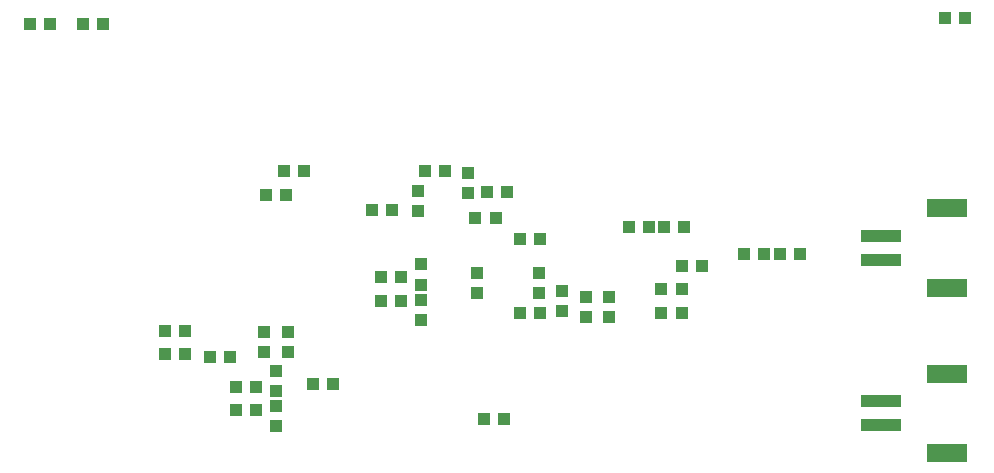
<source format=gbp>
G75*
G70*
%OFA0B0*%
%FSLAX24Y24*%
%IPPOS*%
%LPD*%
%AMOC8*
5,1,8,0,0,1.08239X$1,22.5*
%
%ADD10R,0.0394X0.0433*%
%ADD11R,0.0433X0.0394*%
%ADD12R,0.1339X0.0591*%
%ADD13R,0.1378X0.0394*%
D10*
X009472Y007346D03*
X010142Y007346D03*
X010142Y008134D03*
X009472Y008134D03*
X009256Y009118D03*
X008586Y009118D03*
X007779Y009216D03*
X007110Y009216D03*
X007110Y010004D03*
X007779Y010004D03*
X012031Y008232D03*
X012701Y008232D03*
X014295Y010988D03*
X014964Y010988D03*
X014964Y011775D03*
X014295Y011775D03*
X014000Y014039D03*
X014669Y014039D03*
X015771Y015319D03*
X016441Y015319D03*
X017838Y014630D03*
X018508Y014630D03*
X018114Y013744D03*
X017445Y013744D03*
X018921Y013055D03*
X019590Y013055D03*
X022563Y013449D03*
X023232Y013449D03*
X023744Y013449D03*
X024413Y013449D03*
X024334Y012169D03*
X025004Y012169D03*
X024315Y011382D03*
X023646Y011382D03*
X023646Y010594D03*
X024315Y010594D03*
X026401Y012563D03*
X027071Y012563D03*
X027583Y012563D03*
X028252Y012563D03*
X019590Y010594D03*
X018921Y010594D03*
X018409Y007051D03*
X017740Y007051D03*
X011126Y014531D03*
X010457Y014531D03*
X011047Y015319D03*
X011716Y015319D03*
X005023Y020240D03*
X004354Y020240D03*
X003252Y020240D03*
X002583Y020240D03*
X033094Y020437D03*
X033764Y020437D03*
D11*
X021913Y011126D03*
X021913Y010457D03*
X021126Y010457D03*
X021126Y011126D03*
X020338Y011323D03*
X019551Y011244D03*
X019551Y011913D03*
X020338Y010653D03*
X017484Y011244D03*
X017484Y011913D03*
X015614Y012209D03*
X015614Y011539D03*
X015614Y011027D03*
X015614Y010358D03*
X011185Y009945D03*
X010397Y009945D03*
X010397Y009275D03*
X011185Y009275D03*
X010791Y008665D03*
X010791Y007996D03*
X010791Y007484D03*
X010791Y006815D03*
X015516Y014000D03*
X015516Y014669D03*
X017189Y014590D03*
X017189Y015260D03*
D12*
X033153Y014079D03*
X033153Y011441D03*
X033153Y008567D03*
X033153Y005929D03*
D13*
X030968Y006854D03*
X030968Y007642D03*
X030968Y012366D03*
X030968Y013153D03*
M02*

</source>
